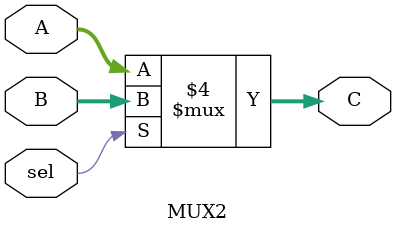
<source format=v>
module MUX2(A, B,sel,C);
    input [7:0] A, B;
    input sel;
    output reg [7:0] C;
    always @(*)begin
    if(sel==0)
        C = A;
    else
        C = B;
    end
endmodule

</source>
